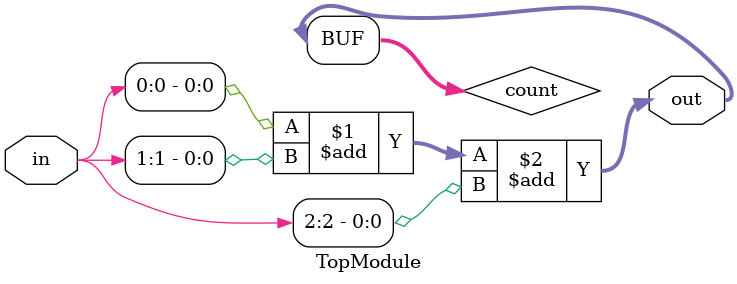
<source format=sv>

module TopModule (
    input  [2:0] in,  // 3-bit input
    output [1:0] out  // 2-bit output
);

    // Intermediate signal to hold population count
    wire [1:0] count;

    // Implementing the population count logic
    assign count = 
        (in[0] + in[1] + in[2]); // Count of 1's in the input
    
    assign out = count;

endmodule
</source>
